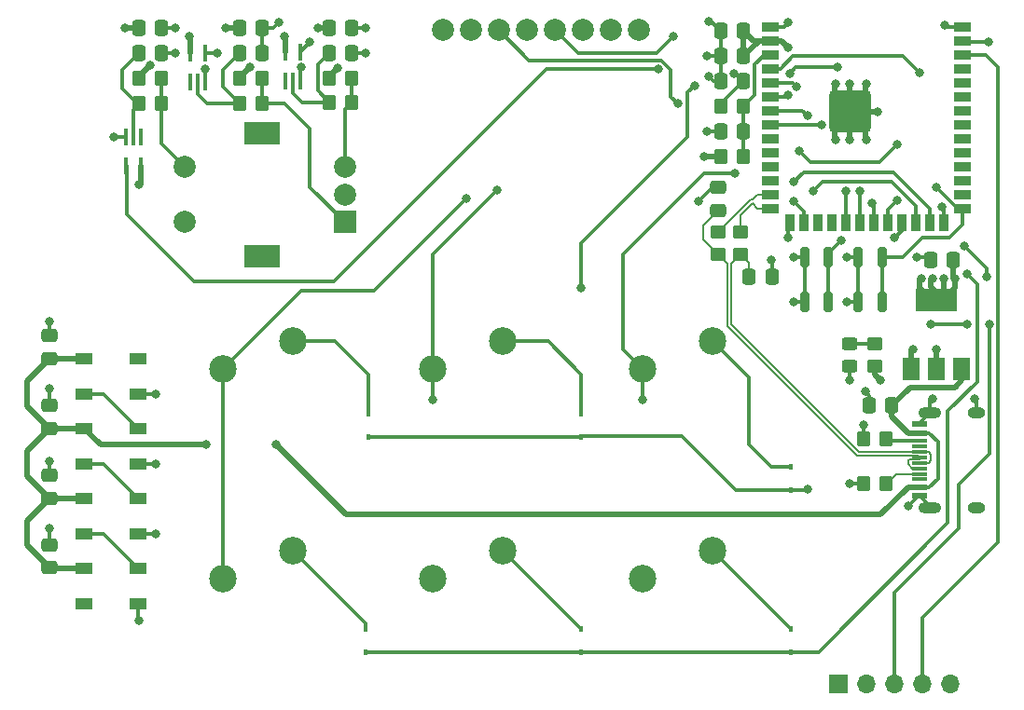
<source format=gbr>
%TF.GenerationSoftware,KiCad,Pcbnew,(6.0.4)*%
%TF.CreationDate,2022-05-01T16:05:16+08:00*%
%TF.ProjectId,S3_module,53335f6d-6f64-4756-9c65-2e6b69636164,rev?*%
%TF.SameCoordinates,Original*%
%TF.FileFunction,Copper,L1,Top*%
%TF.FilePolarity,Positive*%
%FSLAX46Y46*%
G04 Gerber Fmt 4.6, Leading zero omitted, Abs format (unit mm)*
G04 Created by KiCad (PCBNEW (6.0.4)) date 2022-05-01 16:05:16*
%MOMM*%
%LPD*%
G01*
G04 APERTURE LIST*
G04 Aperture macros list*
%AMRoundRect*
0 Rectangle with rounded corners*
0 $1 Rounding radius*
0 $2 $3 $4 $5 $6 $7 $8 $9 X,Y pos of 4 corners*
0 Add a 4 corners polygon primitive as box body*
4,1,4,$2,$3,$4,$5,$6,$7,$8,$9,$2,$3,0*
0 Add four circle primitives for the rounded corners*
1,1,$1+$1,$2,$3*
1,1,$1+$1,$4,$5*
1,1,$1+$1,$6,$7*
1,1,$1+$1,$8,$9*
0 Add four rect primitives between the rounded corners*
20,1,$1+$1,$2,$3,$4,$5,0*
20,1,$1+$1,$4,$5,$6,$7,0*
20,1,$1+$1,$6,$7,$8,$9,0*
20,1,$1+$1,$8,$9,$2,$3,0*%
G04 Aperture macros list end*
%TA.AperFunction,SMDPad,CuDef*%
%ADD10RoundRect,0.250000X-0.475000X0.337500X-0.475000X-0.337500X0.475000X-0.337500X0.475000X0.337500X0*%
%TD*%
%TA.AperFunction,SMDPad,CuDef*%
%ADD11RoundRect,0.250000X0.450000X-0.350000X0.450000X0.350000X-0.450000X0.350000X-0.450000X-0.350000X0*%
%TD*%
%TA.AperFunction,SMDPad,CuDef*%
%ADD12RoundRect,0.250000X-0.337500X-0.475000X0.337500X-0.475000X0.337500X0.475000X-0.337500X0.475000X0*%
%TD*%
%TA.AperFunction,ComponentPad*%
%ADD13R,1.700000X1.700000*%
%TD*%
%TA.AperFunction,ComponentPad*%
%ADD14O,1.700000X1.700000*%
%TD*%
%TA.AperFunction,SMDPad,CuDef*%
%ADD15R,0.450000X0.600000*%
%TD*%
%TA.AperFunction,ComponentPad*%
%ADD16C,2.500000*%
%TD*%
%TA.AperFunction,SMDPad,CuDef*%
%ADD17RoundRect,0.200000X0.200000X-0.700000X0.200000X0.700000X-0.200000X0.700000X-0.200000X-0.700000X0*%
%TD*%
%TA.AperFunction,SMDPad,CuDef*%
%ADD18RoundRect,0.250000X-0.350000X-0.450000X0.350000X-0.450000X0.350000X0.450000X-0.350000X0.450000X0*%
%TD*%
%TA.AperFunction,ComponentPad*%
%ADD19C,2.000000*%
%TD*%
%TA.AperFunction,SMDPad,CuDef*%
%ADD20R,0.400000X1.500000*%
%TD*%
%TA.AperFunction,SMDPad,CuDef*%
%ADD21RoundRect,0.250000X0.475000X-0.337500X0.475000X0.337500X-0.475000X0.337500X-0.475000X-0.337500X0*%
%TD*%
%TA.AperFunction,SMDPad,CuDef*%
%ADD22RoundRect,0.250000X0.337500X0.475000X-0.337500X0.475000X-0.337500X-0.475000X0.337500X-0.475000X0*%
%TD*%
%TA.AperFunction,SMDPad,CuDef*%
%ADD23R,1.500000X1.000000*%
%TD*%
%TA.AperFunction,SMDPad,CuDef*%
%ADD24RoundRect,0.250000X0.350000X0.450000X-0.350000X0.450000X-0.350000X-0.450000X0.350000X-0.450000X0*%
%TD*%
%TA.AperFunction,ComponentPad*%
%ADD25R,2.000000X2.000000*%
%TD*%
%TA.AperFunction,ComponentPad*%
%ADD26R,3.200000X2.000000*%
%TD*%
%TA.AperFunction,SMDPad,CuDef*%
%ADD27R,1.500000X0.900000*%
%TD*%
%TA.AperFunction,SMDPad,CuDef*%
%ADD28R,0.900000X1.500000*%
%TD*%
%TA.AperFunction,SMDPad,CuDef*%
%ADD29R,0.900000X0.900000*%
%TD*%
%TA.AperFunction,SMDPad,CuDef*%
%ADD30RoundRect,0.250000X0.450000X-0.325000X0.450000X0.325000X-0.450000X0.325000X-0.450000X-0.325000X0*%
%TD*%
%TA.AperFunction,SMDPad,CuDef*%
%ADD31R,1.500000X2.000000*%
%TD*%
%TA.AperFunction,SMDPad,CuDef*%
%ADD32R,3.800000X2.000000*%
%TD*%
%TA.AperFunction,SMDPad,CuDef*%
%ADD33R,1.450000X0.600000*%
%TD*%
%TA.AperFunction,SMDPad,CuDef*%
%ADD34R,1.450000X0.300000*%
%TD*%
%TA.AperFunction,ComponentPad*%
%ADD35O,2.100000X1.000000*%
%TD*%
%TA.AperFunction,ComponentPad*%
%ADD36O,1.600000X1.000000*%
%TD*%
%TA.AperFunction,ViaPad*%
%ADD37C,0.800000*%
%TD*%
%TA.AperFunction,Conductor*%
%ADD38C,0.200000*%
%TD*%
%TA.AperFunction,Conductor*%
%ADD39C,0.300000*%
%TD*%
%TA.AperFunction,Conductor*%
%ADD40C,0.500000*%
%TD*%
%TA.AperFunction,Conductor*%
%ADD41C,1.000000*%
%TD*%
G04 APERTURE END LIST*
D10*
%TO.P,C5,1*%
%TO.N,GND*%
X94742000Y-132799000D03*
%TO.P,C5,2*%
%TO.N,/+5V*%
X94742000Y-134874000D03*
%TD*%
D11*
%TO.P,R5,1*%
%TO.N,VCC*%
X169672000Y-116570000D03*
%TO.P,R5,2*%
%TO.N,Net-(D3-Pad2)*%
X169672000Y-114570000D03*
%TD*%
D12*
%TO.P,C3,1*%
%TO.N,GND*%
X155659000Y-90678000D03*
%TO.P,C3,2*%
%TO.N,Net-(C3-Pad2)*%
X157734000Y-90678000D03*
%TD*%
D13*
%TO.P,J2,1,Pin_1*%
%TO.N,/IO5*%
X166375000Y-145415000D03*
D14*
%TO.P,J2,2,Pin_2*%
%TO.N,/IO4*%
X168915000Y-145415000D03*
%TO.P,J2,3,Pin_3*%
%TO.N,/IO3*%
X171455000Y-145415000D03*
%TO.P,J2,4,Pin_4*%
%TO.N,/IO2*%
X173995000Y-145415000D03*
%TO.P,J2,5,Pin_5*%
%TO.N,/IO1*%
X176535000Y-145415000D03*
%TD*%
D15*
%TO.P,D7,1,K*%
%TO.N,SW_B*%
X123444000Y-142528000D03*
%TO.P,D7,2,A*%
%TO.N,Net-(D7-Pad2)*%
X123444000Y-140428000D03*
%TD*%
%TO.P,D6,1,K*%
%TO.N,SW_A*%
X123698000Y-122970000D03*
%TO.P,D6,2,A*%
%TO.N,Net-(D6-Pad2)*%
X123698000Y-120870000D03*
%TD*%
D16*
%TO.P,SW4,1,1*%
%TO.N,SW_1*%
X110490000Y-116840000D03*
%TO.P,SW4,2,2*%
%TO.N,Net-(D6-Pad2)*%
X116840000Y-114300000D03*
%TD*%
D17*
%TO.P,SW2,1,1*%
%TO.N,GND*%
X163288000Y-110696000D03*
X163288000Y-106696000D03*
%TO.P,SW2,2,2*%
%TO.N,Net-(C3-Pad2)*%
X165438000Y-110696000D03*
X165438000Y-106696000D03*
%TD*%
D12*
%TO.P,C18,1*%
%TO.N,VCC*%
X102827000Y-85852000D03*
%TO.P,C18,2*%
%TO.N,GND*%
X104902000Y-85852000D03*
%TD*%
%TO.P,C14,1*%
%TO.N,Net-(C14-Pad1)*%
X120099000Y-88138000D03*
%TO.P,C14,2*%
%TO.N,GND*%
X122174000Y-88138000D03*
%TD*%
D17*
%TO.P,SW1,1,1*%
%TO.N,GND*%
X168180000Y-106696000D03*
X168180000Y-110696000D03*
%TO.P,SW1,2,2*%
%TO.N,/BOOT*%
X170330000Y-110696000D03*
X170330000Y-106696000D03*
%TD*%
D18*
%TO.P,R10,1*%
%TO.N,VCC*%
X102902000Y-90424000D03*
%TO.P,R10,2*%
%TO.N,/Rotary_Z*%
X104902000Y-90424000D03*
%TD*%
D19*
%TO.P,U6,1,GND*%
%TO.N,GND*%
X130429000Y-86020000D03*
%TO.P,U6,2,VCC*%
%TO.N,VCC*%
X132969000Y-86020000D03*
%TO.P,U6,3,SCL*%
%TO.N,/DIS_CLK*%
X135509000Y-86020000D03*
%TO.P,U6,4,SDA*%
%TO.N,/DIS_SDA*%
X138049000Y-86020000D03*
%TO.P,U6,5,RES*%
%TO.N,/BOOT*%
X140589000Y-86020000D03*
%TO.P,U6,6,DC*%
%TO.N,/IO6*%
X143129000Y-86020000D03*
%TO.P,U6,7,CS*%
%TO.N,/IO7*%
X145669000Y-86020000D03*
%TO.P,U6,8,BLK*%
%TO.N,unconnected-(U6-Pad8)*%
X148209000Y-86020000D03*
%TD*%
D20*
%TO.P,U5,1*%
%TO.N,N/C*%
X103012000Y-95698000D03*
%TO.P,U5,2*%
%TO.N,Net-(C15-Pad1)*%
X102362000Y-95698000D03*
%TO.P,U5,3,GND*%
%TO.N,GND*%
X101712000Y-95698000D03*
%TO.P,U5,4*%
%TO.N,R_Z*%
X101712000Y-98358000D03*
%TO.P,U5,5,VCC*%
%TO.N,VCC*%
X103012000Y-98358000D03*
%TD*%
D18*
%TO.P,R2,1*%
%TO.N,Net-(C3-Pad2)*%
X155734000Y-92964000D03*
%TO.P,R2,2*%
%TO.N,/EN*%
X157734000Y-92964000D03*
%TD*%
D15*
%TO.P,D8,1,K*%
%TO.N,SW_A*%
X143002000Y-122970000D03*
%TO.P,D8,2,A*%
%TO.N,Net-(D8-Pad2)*%
X143002000Y-120870000D03*
%TD*%
D11*
%TO.P,R6,1*%
%TO.N,/D+*%
X157480000Y-106410000D03*
%TO.P,R6,2*%
%TO.N,/USB_D+*%
X157480000Y-104410000D03*
%TD*%
D12*
%TO.P,C12,1*%
%TO.N,/D+*%
X158242000Y-108458000D03*
%TO.P,C12,2*%
%TO.N,GND*%
X160317000Y-108458000D03*
%TD*%
D10*
%TO.P,C9,1*%
%TO.N,GND*%
X94742000Y-120120500D03*
%TO.P,C9,2*%
%TO.N,/+5V*%
X94742000Y-122195500D03*
%TD*%
D21*
%TO.P,C11,1*%
%TO.N,/D-*%
X155448000Y-102383500D03*
%TO.P,C11,2*%
%TO.N,GND*%
X155448000Y-100308500D03*
%TD*%
D12*
%TO.P,C16,1*%
%TO.N,VCC*%
X111987000Y-85852000D03*
%TO.P,C16,2*%
%TO.N,GND*%
X114062000Y-85852000D03*
%TD*%
D22*
%TO.P,C2,1*%
%TO.N,VCC*%
X157734000Y-88392000D03*
%TO.P,C2,2*%
%TO.N,GND*%
X155659000Y-88392000D03*
%TD*%
D23*
%TO.P,D2,1,VDD*%
%TO.N,/+5V*%
X97880000Y-122225000D03*
%TO.P,D2,2,DOUT*%
%TO.N,Net-(D2-Pad2)*%
X97880000Y-125425000D03*
%TO.P,D2,3,VSS*%
%TO.N,GND*%
X102780000Y-125425000D03*
%TO.P,D2,4,DIN*%
%TO.N,Net-(D1-Pad2)*%
X102780000Y-122225000D03*
%TD*%
D22*
%TO.P,C1,1*%
%TO.N,/EN*%
X157755500Y-95250000D03*
%TO.P,C1,2*%
%TO.N,GND*%
X155680500Y-95250000D03*
%TD*%
D18*
%TO.P,R8,1*%
%TO.N,VCC*%
X112046000Y-90424000D03*
%TO.P,R8,2*%
%TO.N,/Rotary_A*%
X114046000Y-90424000D03*
%TD*%
D10*
%TO.P,C7,1*%
%TO.N,GND*%
X94742000Y-113770500D03*
%TO.P,C7,2*%
%TO.N,/+5V*%
X94742000Y-115845500D03*
%TD*%
D22*
%TO.P,C4,1*%
%TO.N,VCC*%
X157734000Y-86106000D03*
%TO.P,C4,2*%
%TO.N,GND*%
X155659000Y-86106000D03*
%TD*%
D11*
%TO.P,R7,1*%
%TO.N,/D-*%
X155448000Y-106410000D03*
%TO.P,R7,2*%
%TO.N,/USB_D-*%
X155448000Y-104410000D03*
%TD*%
D20*
%TO.P,U3,1*%
%TO.N,N/C*%
X107554000Y-90738000D03*
%TO.P,U3,2*%
%TO.N,Net-(C13-Pad1)*%
X108204000Y-90738000D03*
%TO.P,U3,3,GND*%
%TO.N,GND*%
X108854000Y-90738000D03*
%TO.P,U3,4*%
%TO.N,R_A*%
X108854000Y-88078000D03*
%TO.P,U3,5,VCC*%
%TO.N,VCC*%
X107554000Y-88078000D03*
%TD*%
D24*
%TO.P,R4,1*%
%TO.N,/CC2*%
X170688000Y-123190000D03*
%TO.P,R4,2*%
%TO.N,GND*%
X168688000Y-123190000D03*
%TD*%
D12*
%TO.P,C15,1*%
%TO.N,Net-(C15-Pad1)*%
X102827000Y-88138000D03*
%TO.P,C15,2*%
%TO.N,GND*%
X104902000Y-88138000D03*
%TD*%
D18*
%TO.P,R9,1*%
%TO.N,VCC*%
X120136500Y-90424000D03*
%TO.P,R9,2*%
%TO.N,/Rotary_B*%
X122136500Y-90424000D03*
%TD*%
D23*
%TO.P,D1,1,VDD*%
%TO.N,/+5V*%
X97880000Y-115875000D03*
%TO.P,D1,2,DOUT*%
%TO.N,Net-(D1-Pad2)*%
X97880000Y-119075000D03*
%TO.P,D1,3,VSS*%
%TO.N,GND*%
X102780000Y-119075000D03*
%TO.P,D1,4,DIN*%
%TO.N,/DIN*%
X102780000Y-115875000D03*
%TD*%
%TO.P,D4,1,VDD*%
%TO.N,/+5V*%
X97880000Y-128575000D03*
%TO.P,D4,2,DOUT*%
%TO.N,Net-(D4-Pad2)*%
X97880000Y-131775000D03*
%TO.P,D4,3,VSS*%
%TO.N,GND*%
X102780000Y-131775000D03*
%TO.P,D4,4,DIN*%
%TO.N,Net-(D2-Pad2)*%
X102780000Y-128575000D03*
%TD*%
D16*
%TO.P,SW9,1,1*%
%TO.N,SW_3*%
X148590000Y-135890000D03*
%TO.P,SW9,2,2*%
%TO.N,Net-(D11-Pad2)*%
X154940000Y-133350000D03*
%TD*%
D25*
%TO.P,SW3,A,A*%
%TO.N,/Rotary_A*%
X121550000Y-103465000D03*
D19*
%TO.P,SW3,B,B*%
%TO.N,/Rotary_B*%
X121550000Y-98465000D03*
%TO.P,SW3,C,C*%
%TO.N,GND*%
X121550000Y-100965000D03*
D26*
%TO.P,SW3,MP*%
%TO.N,N/C*%
X114050000Y-106565000D03*
X114050000Y-95365000D03*
D19*
%TO.P,SW3,S1,S1*%
%TO.N,/Rotary_Z*%
X107050000Y-98465000D03*
%TO.P,SW3,S2,S2*%
%TO.N,GND*%
X107050000Y-103465000D03*
%TD*%
D15*
%TO.P,D9,1,K*%
%TO.N,SW_B*%
X143002000Y-142528000D03*
%TO.P,D9,2,A*%
%TO.N,Net-(D9-Pad2)*%
X143002000Y-140428000D03*
%TD*%
D16*
%TO.P,SW6,1,1*%
%TO.N,SW_2*%
X129540000Y-116840000D03*
%TO.P,SW6,2,2*%
%TO.N,Net-(D8-Pad2)*%
X135890000Y-114300000D03*
%TD*%
D27*
%TO.P,U2,1,GND*%
%TO.N,GND*%
X160160000Y-85720000D03*
%TO.P,U2,2,3V3*%
%TO.N,VCC*%
X160160000Y-86990000D03*
%TO.P,U2,3,EN*%
%TO.N,/EN*%
X160160000Y-88260000D03*
%TO.P,U2,4,GPIO4/TOUCH4/ADC1_CH3*%
%TO.N,/IO4*%
X160160000Y-89530000D03*
%TO.P,U2,5,GPIO5/TOUCH5/ADC1_CH4*%
%TO.N,/IO5*%
X160160000Y-90800000D03*
%TO.P,U2,6,GPIO6/TOUCH6/ADC1_CH5*%
%TO.N,/IO6*%
X160160000Y-92070000D03*
%TO.P,U2,7,GPIO7/TOUCH7/ADC1_CH6*%
%TO.N,/IO7*%
X160160000Y-93340000D03*
%TO.P,U2,8,GPIO15/U0RTS/ADC2_CH4/XTAL_32K_P*%
%TO.N,R_Z*%
X160160000Y-94610000D03*
%TO.P,U2,9,GPIO16/U0CTS/ADC2_CH5/XTAL_32K_NH5*%
%TO.N,unconnected-(U2-Pad9)*%
X160160000Y-95880000D03*
%TO.P,U2,10,GPIO17/U1TXD/ADC2_CH6*%
%TO.N,unconnected-(U2-Pad10)*%
X160160000Y-97150000D03*
%TO.P,U2,11,GPIO18/U1RXD/ADC2_CH7/CLK_OUT3*%
%TO.N,unconnected-(U2-Pad11)*%
X160160000Y-98420000D03*
%TO.P,U2,12,GPIO8/TOUCH8/ADC1_CH7/SUBSPICS1*%
%TO.N,/IO8*%
X160160000Y-99690000D03*
%TO.P,U2,13,GPIO19/U1RTS/ADC2_CH8/CLK_OUT2/USB_D-*%
%TO.N,/USB_D-*%
X160160000Y-100960000D03*
%TO.P,U2,14,GPIO20/U1CTS/ADC2_CH9/CLK_OUT1/USB_D+*%
%TO.N,/USB_D+*%
X160160000Y-102230000D03*
D28*
%TO.P,U2,15,GPIO3/TOUCH3/ADC1_CH2*%
%TO.N,/IO3*%
X161925000Y-103480000D03*
%TO.P,U2,16,GPIO46*%
%TO.N,SW_1*%
X163195000Y-103480000D03*
%TO.P,U2,17,GPIO9/TOUCH9/ADC1_CH8/FSPIHD/SUBSPIHD*%
%TO.N,/IO9*%
X164465000Y-103480000D03*
%TO.P,U2,18,GPIO10/TOUCH10/ADC1_CH9/FSPICS0/FSPIIO4/SUBSPICS0*%
%TO.N,/IO10*%
X165735000Y-103480000D03*
%TO.P,U2,19,GPIO11/TOUCH11/ADC2_CH0/FSPICS0/FSPIIO4/SUBSPICS0*%
%TO.N,/DIS_SDA*%
X167005000Y-103480000D03*
%TO.P,U2,20,GPIO12/TOUCH11/ADC2_CH0/FSPICS0/FSPIIO4/SUBSPICS0*%
%TO.N,/DIS_CLK*%
X168275000Y-103480000D03*
%TO.P,U2,21,GPIO13/TOUCH13/ADC2_CH2/FSPIQ/FSPIIO7/SUBSPIQ*%
%TO.N,R_A*%
X169545000Y-103480000D03*
%TO.P,U2,22,GPIO14/TOUCH14/ADC2_CH3/FSPIWP/FSPIDQS/SUBSPIWP*%
%TO.N,R_B*%
X170815000Y-103480000D03*
%TO.P,U2,23,GPIO21*%
%TO.N,SW_A*%
X172085000Y-103480000D03*
%TO.P,U2,24,GPIO47/SPICLK_P/SUBSPICLK_P_DIFF*%
%TO.N,SW_3*%
X173355000Y-103480000D03*
%TO.P,U2,25,GPIO48/SPICLK_N/SUBSPICLK_N_DIFF*%
%TO.N,SW_2*%
X174625000Y-103480000D03*
%TO.P,U2,26,GPIO45*%
%TO.N,SW_B*%
X175895000Y-103480000D03*
D27*
%TO.P,U2,27,GPIO0/BOOT*%
%TO.N,/BOOT*%
X177660000Y-102230000D03*
%TO.P,U2,28,SPIIO6/GPIO35/FSPID/SUBSPID*%
%TO.N,unconnected-(U2-Pad28)*%
X177660000Y-100960000D03*
%TO.P,U2,29,SPIIO7/GPIO36/FSPICLK/SUBSPICLK*%
%TO.N,unconnected-(U2-Pad29)*%
X177660000Y-99690000D03*
%TO.P,U2,30,SPIDQS/GPIO37/FSPIQ/SUBSPIQ*%
%TO.N,unconnected-(U2-Pad30)*%
X177660000Y-98420000D03*
%TO.P,U2,31,GPIO38/FSPIWP/SUBSPIWP*%
%TO.N,unconnected-(U2-Pad31)*%
X177660000Y-97150000D03*
%TO.P,U2,32,MTCK/GPIO39/CLK_OUT3/SUBSPICS1*%
%TO.N,unconnected-(U2-Pad32)*%
X177660000Y-95880000D03*
%TO.P,U2,33,MTDO/GPIO40/CLK_OUT2*%
%TO.N,unconnected-(U2-Pad33)*%
X177660000Y-94610000D03*
%TO.P,U2,34,MTDI/GPIO41/CLK_OUT1*%
%TO.N,unconnected-(U2-Pad34)*%
X177660000Y-93340000D03*
%TO.P,U2,35,MTMS/GPIO42*%
%TO.N,unconnected-(U2-Pad35)*%
X177660000Y-92070000D03*
%TO.P,U2,36,U0RXD/GPIO44/CLK_OUT2*%
%TO.N,unconnected-(U2-Pad36)*%
X177660000Y-90800000D03*
%TO.P,U2,37,U0TXD/GPIO43/CLK_OUT1*%
%TO.N,unconnected-(U2-Pad37)*%
X177660000Y-89530000D03*
%TO.P,U2,38,GPIO2/TOUCH2/ADC1_CH1*%
%TO.N,/IO2*%
X177660000Y-88260000D03*
%TO.P,U2,39,GPIO1/TOUCH1/ADC1_CH0*%
%TO.N,/IO1*%
X177660000Y-86990000D03*
%TO.P,U2,40,GND*%
%TO.N,GND*%
X177660000Y-85720000D03*
D29*
%TO.P,U2,41,GND*%
X168810000Y-94840000D03*
X167410000Y-93440000D03*
X166010000Y-92040000D03*
X168810000Y-92040000D03*
X166010000Y-94840000D03*
X167410000Y-94840000D03*
X167410000Y-92040000D03*
X166010000Y-93440000D03*
X168810000Y-93440000D03*
%TD*%
D24*
%TO.P,R13,1*%
%TO.N,/Rotary_Z*%
X104902000Y-92710000D03*
%TO.P,R13,2*%
%TO.N,Net-(C15-Pad1)*%
X102902000Y-92710000D03*
%TD*%
D12*
%TO.P,C17,1*%
%TO.N,VCC*%
X120099000Y-85852000D03*
%TO.P,C17,2*%
%TO.N,GND*%
X122174000Y-85852000D03*
%TD*%
D24*
%TO.P,R12,1*%
%TO.N,/Rotary_B*%
X122136500Y-92583000D03*
%TO.P,R12,2*%
%TO.N,Net-(C14-Pad1)*%
X120136500Y-92583000D03*
%TD*%
D18*
%TO.P,R1,1*%
%TO.N,VCC*%
X155718000Y-97536000D03*
%TO.P,R1,2*%
%TO.N,/EN*%
X157718000Y-97536000D03*
%TD*%
D24*
%TO.P,R3,1*%
%TO.N,/CC1*%
X170688000Y-127254000D03*
%TO.P,R3,2*%
%TO.N,GND*%
X168688000Y-127254000D03*
%TD*%
D15*
%TO.P,D10,1,K*%
%TO.N,SW_A*%
X162052000Y-127796000D03*
%TO.P,D10,2,A*%
%TO.N,Net-(D10-Pad2)*%
X162052000Y-125696000D03*
%TD*%
D24*
%TO.P,R11,1*%
%TO.N,/Rotary_A*%
X114046000Y-92710000D03*
%TO.P,R11,2*%
%TO.N,Net-(C13-Pad1)*%
X112046000Y-92710000D03*
%TD*%
D10*
%TO.P,C10,1*%
%TO.N,GND*%
X94742000Y-126470500D03*
%TO.P,C10,2*%
%TO.N,/+5V*%
X94742000Y-128545500D03*
%TD*%
D16*
%TO.P,SW7,1,1*%
%TO.N,SW_2*%
X129540000Y-135890000D03*
%TO.P,SW7,2,2*%
%TO.N,Net-(D9-Pad2)*%
X135890000Y-133350000D03*
%TD*%
D12*
%TO.P,C13,1*%
%TO.N,Net-(C13-Pad1)*%
X111971000Y-88138000D03*
%TO.P,C13,2*%
%TO.N,GND*%
X114046000Y-88138000D03*
%TD*%
D30*
%TO.P,D3,1,K*%
%TO.N,GND*%
X167386000Y-116595000D03*
%TO.P,D3,2,A*%
%TO.N,Net-(D3-Pad2)*%
X167386000Y-114545000D03*
%TD*%
D22*
%TO.P,C6,1*%
%TO.N,/+5V*%
X171217500Y-120142000D03*
%TO.P,C6,2*%
%TO.N,GND*%
X169142500Y-120142000D03*
%TD*%
D23*
%TO.P,D5,1,VDD*%
%TO.N,/+5V*%
X97880000Y-134925000D03*
%TO.P,D5,2,DOUT*%
%TO.N,unconnected-(D5-Pad2)*%
X97880000Y-138125000D03*
%TO.P,D5,3,VSS*%
%TO.N,GND*%
X102780000Y-138125000D03*
%TO.P,D5,4,DIN*%
%TO.N,Net-(D4-Pad2)*%
X102780000Y-134925000D03*
%TD*%
D20*
%TO.P,U4,1*%
%TO.N,N/C*%
X116190000Y-90678000D03*
%TO.P,U4,2*%
%TO.N,Net-(C14-Pad1)*%
X116840000Y-90678000D03*
%TO.P,U4,3,GND*%
%TO.N,GND*%
X117490000Y-90678000D03*
%TO.P,U4,4*%
%TO.N,R_B*%
X117490000Y-88018000D03*
%TO.P,U4,5,VCC*%
%TO.N,VCC*%
X116190000Y-88018000D03*
%TD*%
D31*
%TO.P,U1,1,GND*%
%TO.N,GND*%
X172960000Y-116815000D03*
D32*
%TO.P,U1,2,VO*%
%TO.N,VCC*%
X175260000Y-110515000D03*
D31*
X175260000Y-116815000D03*
%TO.P,U1,3,VI*%
%TO.N,/+5V*%
X177560000Y-116815000D03*
%TD*%
D33*
%TO.P,J1,A1,GND*%
%TO.N,GND*%
X173755000Y-128345000D03*
%TO.P,J1,A4,VBUS*%
%TO.N,/+5V*%
X173755000Y-127545000D03*
D34*
%TO.P,J1,A5,CC1*%
%TO.N,/CC1*%
X173755000Y-126345000D03*
%TO.P,J1,A6,D+*%
%TO.N,/D+*%
X173755000Y-125345000D03*
%TO.P,J1,A7,D-*%
%TO.N,/D-*%
X173755000Y-124845000D03*
%TO.P,J1,A8,SBU1*%
%TO.N,unconnected-(J1-PadA8)*%
X173755000Y-123845000D03*
D33*
%TO.P,J1,A9,VBUS*%
%TO.N,/+5V*%
X173755000Y-122645000D03*
%TO.P,J1,A12,GND*%
%TO.N,GND*%
X173755000Y-121845000D03*
%TO.P,J1,B1,GND*%
X173755000Y-121845000D03*
%TO.P,J1,B4,VBUS*%
%TO.N,/+5V*%
X173755000Y-122645000D03*
D34*
%TO.P,J1,B5,CC2*%
%TO.N,/CC2*%
X173755000Y-123345000D03*
%TO.P,J1,B6,D+*%
%TO.N,/D+*%
X173755000Y-124345000D03*
%TO.P,J1,B7,D-*%
%TO.N,/D-*%
X173755000Y-125845000D03*
%TO.P,J1,B8,SBU2*%
%TO.N,unconnected-(J1-PadB8)*%
X173755000Y-126845000D03*
D33*
%TO.P,J1,B9,VBUS*%
%TO.N,/+5V*%
X173755000Y-127545000D03*
%TO.P,J1,B12,GND*%
%TO.N,GND*%
X173755000Y-128345000D03*
D35*
%TO.P,J1,S1,SHIELD*%
X174670000Y-120775000D03*
X174670000Y-129415000D03*
D36*
X178850000Y-120775000D03*
X178850000Y-129415000D03*
%TD*%
D16*
%TO.P,SW5,1,1*%
%TO.N,SW_1*%
X110490000Y-135890000D03*
%TO.P,SW5,2,2*%
%TO.N,Net-(D7-Pad2)*%
X116840000Y-133350000D03*
%TD*%
D15*
%TO.P,D11,1,K*%
%TO.N,SW_B*%
X162052000Y-142528000D03*
%TO.P,D11,2,A*%
%TO.N,Net-(D11-Pad2)*%
X162052000Y-140428000D03*
%TD*%
D22*
%TO.P,C8,1*%
%TO.N,VCC*%
X176784000Y-106934000D03*
%TO.P,C8,2*%
%TO.N,GND*%
X174709000Y-106934000D03*
%TD*%
D16*
%TO.P,SW8,1,1*%
%TO.N,SW_3*%
X148590000Y-116840000D03*
%TO.P,SW8,2,2*%
%TO.N,Net-(D10-Pad2)*%
X154940000Y-114300000D03*
%TD*%
D37*
%TO.N,/IO1*%
X179959000Y-87122000D03*
%TO.N,GND*%
X162306000Y-110744000D03*
X169926000Y-93472000D03*
X168783000Y-118872000D03*
X167386000Y-127254000D03*
X123444000Y-85852000D03*
X154432000Y-88392000D03*
X160274000Y-106934000D03*
X104394000Y-119126000D03*
X166116000Y-96012000D03*
X174879000Y-119507000D03*
X178689000Y-119507000D03*
X100584000Y-95758000D03*
X154559000Y-85217000D03*
X162306000Y-106680000D03*
X102870000Y-139700000D03*
X168910000Y-90932000D03*
X106172000Y-88138000D03*
X94742000Y-112522000D03*
X106172000Y-85852000D03*
X168656000Y-121920000D03*
X104394000Y-131826000D03*
X167132000Y-110744000D03*
X94742000Y-118618000D03*
X172720000Y-129286000D03*
X168910000Y-96012000D03*
X154432000Y-95250000D03*
X161798000Y-85344000D03*
X167386000Y-117856000D03*
X167386000Y-96012000D03*
X173101000Y-115062000D03*
X167386000Y-90932000D03*
X94742000Y-131318000D03*
X173482000Y-106680000D03*
X94742000Y-125222000D03*
X104394000Y-125476000D03*
X176022000Y-85598000D03*
X153670000Y-101600000D03*
X154559605Y-90207396D03*
X115570000Y-85344000D03*
X108850048Y-89515884D03*
X167132000Y-106680000D03*
X117602000Y-89417502D03*
X123444000Y-88138000D03*
X166116000Y-90932000D03*
%TO.N,VCC*%
X174879000Y-108585000D03*
X154178000Y-97536000D03*
X102870000Y-100076000D03*
X176911000Y-108585000D03*
X103864500Y-89254522D03*
X119126000Y-85852000D03*
X112972484Y-89359121D03*
X107442000Y-86614000D03*
X173863000Y-108585000D03*
X116078000Y-86614000D03*
X101600000Y-85852000D03*
X175260000Y-115062000D03*
X120917803Y-89431473D03*
X175895000Y-108585000D03*
X110744000Y-85852000D03*
X170180000Y-117856000D03*
X161798000Y-87630000D03*
%TO.N,Net-(C3-Pad2)*%
X166243000Y-89408000D03*
X156860705Y-89953500D03*
X161925000Y-89953500D03*
X166624000Y-105156000D03*
%TO.N,/+5V*%
X115316000Y-123698000D03*
X108966000Y-123698000D03*
%TO.N,SW_A*%
X171450000Y-104902000D03*
X163576000Y-127762000D03*
%TO.N,SW_B*%
X175768000Y-102108000D03*
X178054000Y-108204000D03*
%TO.N,/IO5*%
X143002000Y-109474000D03*
X153289000Y-91059000D03*
X162560000Y-91186000D03*
%TO.N,/IO4*%
X173736000Y-89916000D03*
X177800000Y-105664000D03*
X179832000Y-108458000D03*
%TO.N,/IO3*%
X178054000Y-112776000D03*
X161798000Y-104902000D03*
X180086000Y-112776000D03*
X174752000Y-112776000D03*
%TO.N,/BOOT*%
X175260000Y-100330000D03*
X151384000Y-86614000D03*
%TO.N,/IO6*%
X161798000Y-91948000D03*
%TO.N,/IO7*%
X163538500Y-93810500D03*
%TO.N,/DIS_SDA*%
X167005000Y-100621500D03*
%TO.N,/DIS_CLK*%
X168275000Y-100621500D03*
X151765000Y-92710000D03*
%TO.N,SW_1*%
X162306000Y-101600000D03*
X132588000Y-101346000D03*
%TO.N,SW_2*%
X135382000Y-100584000D03*
X129540000Y-119634000D03*
X162306000Y-99822000D03*
%TO.N,SW_3*%
X164084000Y-100621500D03*
X156972000Y-99060000D03*
X148590000Y-119634000D03*
%TO.N,R_A*%
X109982000Y-88138000D03*
X169418000Y-101727000D03*
%TO.N,R_B*%
X118364000Y-87122000D03*
X162814000Y-97028000D03*
X171666500Y-96393000D03*
X171666500Y-101473000D03*
%TO.N,R_Z*%
X149987000Y-89535000D03*
X164860500Y-94596262D03*
%TD*%
D38*
%TO.N,/D-*%
X154051000Y-105013000D02*
X155448000Y-106410000D01*
X154051000Y-103780500D02*
X154051000Y-105013000D01*
X155448000Y-102383500D02*
X154051000Y-103780500D01*
D39*
%TO.N,/IO1*%
X179959000Y-87122000D02*
X177792000Y-87122000D01*
X177792000Y-87122000D02*
X177660000Y-86990000D01*
%TO.N,/IO3*%
X177292000Y-127336960D02*
X177292000Y-131318000D01*
X180086000Y-124542960D02*
X177292000Y-127336960D01*
X180086000Y-112776000D02*
X180086000Y-124542960D01*
X177292000Y-131318000D02*
X171455000Y-137155000D01*
X171455000Y-137155000D02*
X171455000Y-145415000D01*
%TO.N,/IO2*%
X179700000Y-88260000D02*
X177660000Y-88260000D01*
X180835511Y-132600489D02*
X180835511Y-89395511D01*
X180835511Y-89395511D02*
X179700000Y-88260000D01*
X173995000Y-139441000D02*
X180835511Y-132600489D01*
X173995000Y-145415000D02*
X173995000Y-139441000D01*
%TO.N,SW_B*%
X164558000Y-142528000D02*
X161832000Y-142528000D01*
X176276000Y-130810000D02*
X164558000Y-142528000D01*
X176276000Y-120650000D02*
X176276000Y-130810000D01*
X178054000Y-108204000D02*
X178943000Y-109093000D01*
X178943000Y-109093000D02*
X178943000Y-117983000D01*
X178943000Y-117983000D02*
X176276000Y-120650000D01*
%TO.N,/EN*%
X159644000Y-88260000D02*
X158750000Y-89154000D01*
X157718000Y-97536000D02*
X157718000Y-95287500D01*
X158750000Y-91948000D02*
X157734000Y-92964000D01*
X157755500Y-92985500D02*
X157734000Y-92964000D01*
X157755500Y-95250000D02*
X157755500Y-92985500D01*
X157718000Y-95287500D02*
X157755500Y-95250000D01*
X160160000Y-88260000D02*
X159644000Y-88260000D01*
X158750000Y-89154000D02*
X158750000Y-91948000D01*
%TO.N,GND*%
X154961500Y-100308500D02*
X153670000Y-101600000D01*
X160317000Y-108458000D02*
X160317000Y-106977000D01*
X114046000Y-88138000D02*
X114046000Y-85868000D01*
X94742000Y-113770500D02*
X94742000Y-112522000D01*
X104343000Y-131775000D02*
X104394000Y-131826000D01*
X169142500Y-120142000D02*
X169142500Y-119231500D01*
D40*
X166010000Y-95906000D02*
X166116000Y-96012000D01*
D41*
X168810000Y-93372000D02*
X168810000Y-94840000D01*
X166010000Y-92040000D02*
X168810000Y-92040000D01*
D39*
X168180000Y-106696000D02*
X167148000Y-106696000D01*
X167180000Y-110696000D02*
X167132000Y-110744000D01*
X114062000Y-85852000D02*
X115062000Y-85852000D01*
X117490000Y-89529502D02*
X117602000Y-89417502D01*
X163288000Y-110696000D02*
X162354000Y-110696000D01*
X94742000Y-120120500D02*
X94742000Y-118618000D01*
X167148000Y-106696000D02*
X167132000Y-106680000D01*
X173755000Y-121845000D02*
X173755000Y-121690000D01*
X161422000Y-85720000D02*
X161798000Y-85344000D01*
D41*
X166010000Y-93440000D02*
X168742000Y-93440000D01*
D39*
X162354000Y-110696000D02*
X162306000Y-110744000D01*
X104343000Y-125425000D02*
X104394000Y-125476000D01*
X155030209Y-90678000D02*
X154559605Y-90207396D01*
X102780000Y-131775000D02*
X104343000Y-131775000D01*
X100644000Y-95698000D02*
X101712000Y-95698000D01*
X104902000Y-85852000D02*
X106172000Y-85852000D01*
D40*
X168810000Y-92040000D02*
X168810000Y-91032000D01*
D39*
X122174000Y-88138000D02*
X123444000Y-88138000D01*
X168180000Y-106696000D02*
X168180000Y-110696000D01*
X117490000Y-90678000D02*
X117490000Y-89529502D01*
X176144000Y-85720000D02*
X176022000Y-85598000D01*
X155448000Y-100308500D02*
X154961500Y-100308500D01*
D40*
X167410000Y-90956000D02*
X167386000Y-90932000D01*
D39*
X173482000Y-106680000D02*
X174455000Y-106680000D01*
X155680500Y-95250000D02*
X154432000Y-95250000D01*
X155659000Y-86106000D02*
X155659000Y-90678000D01*
X155659000Y-88392000D02*
X154432000Y-88392000D01*
X108854000Y-90738000D02*
X108854000Y-89519836D01*
X94742000Y-132799000D02*
X94742000Y-131318000D01*
X173661000Y-128345000D02*
X173755000Y-128345000D01*
X167386000Y-116595000D02*
X167386000Y-117856000D01*
X169142500Y-119231500D02*
X168783000Y-118872000D01*
X178850000Y-120775000D02*
X178850000Y-119668000D01*
X163288000Y-106696000D02*
X163288000Y-110696000D01*
X174670000Y-129415000D02*
X174670000Y-129260000D01*
X104902000Y-88138000D02*
X106172000Y-88138000D01*
D40*
X172960000Y-115203000D02*
X173101000Y-115062000D01*
D39*
X174670000Y-129260000D02*
X173755000Y-128345000D01*
D40*
X167410000Y-95988000D02*
X167386000Y-96012000D01*
X168810000Y-93440000D02*
X169894000Y-93440000D01*
X166010000Y-94840000D02*
X166010000Y-95906000D01*
D39*
X94742000Y-126470500D02*
X94742000Y-125222000D01*
X168656000Y-121920000D02*
X168656000Y-123158000D01*
D40*
X168810000Y-91032000D02*
X168910000Y-90932000D01*
D39*
X173755000Y-121690000D02*
X174670000Y-120775000D01*
X174455000Y-106680000D02*
X174709000Y-106934000D01*
X162322000Y-106696000D02*
X162306000Y-106680000D01*
D41*
X168742000Y-93440000D02*
X168810000Y-93372000D01*
X168810000Y-94840000D02*
X166010000Y-92040000D01*
X168810000Y-92040000D02*
X168810000Y-93372000D01*
D40*
X166010000Y-92040000D02*
X166010000Y-91038000D01*
D39*
X104343000Y-119075000D02*
X104394000Y-119126000D01*
X178850000Y-119668000D02*
X178689000Y-119507000D01*
X155659000Y-90678000D02*
X155030209Y-90678000D01*
X177660000Y-85720000D02*
X176144000Y-85720000D01*
D40*
X167410000Y-94840000D02*
X167410000Y-95988000D01*
D39*
X102780000Y-139610000D02*
X102870000Y-139700000D01*
X102780000Y-125425000D02*
X104343000Y-125425000D01*
X102780000Y-119075000D02*
X104343000Y-119075000D01*
D40*
X166010000Y-91038000D02*
X166116000Y-90932000D01*
D41*
X166010000Y-94840000D02*
X166010000Y-92040000D01*
D39*
X100584000Y-95758000D02*
X100644000Y-95698000D01*
X168688000Y-127254000D02*
X167386000Y-127254000D01*
D40*
X168810000Y-94840000D02*
X168810000Y-95912000D01*
D39*
X174670000Y-120775000D02*
X174670000Y-119716000D01*
D41*
X167410000Y-92040000D02*
X167410000Y-94840000D01*
D39*
X160160000Y-85720000D02*
X161422000Y-85720000D01*
X108854000Y-89519836D02*
X108850048Y-89515884D01*
X115062000Y-85852000D02*
X115570000Y-85344000D01*
X154559000Y-85217000D02*
X154770000Y-85217000D01*
X168180000Y-110696000D02*
X167180000Y-110696000D01*
D41*
X166010000Y-94840000D02*
X168810000Y-92040000D01*
D39*
X160317000Y-106977000D02*
X160274000Y-106934000D01*
D40*
X167410000Y-92040000D02*
X167410000Y-90956000D01*
X169894000Y-93440000D02*
X169926000Y-93472000D01*
D41*
X168810000Y-94840000D02*
X166010000Y-94840000D01*
D39*
X168656000Y-123158000D02*
X168688000Y-123190000D01*
X114046000Y-85868000D02*
X114062000Y-85852000D01*
X172720000Y-129286000D02*
X173661000Y-128345000D01*
X122174000Y-85852000D02*
X123444000Y-85852000D01*
D40*
X172960000Y-116815000D02*
X172960000Y-115203000D01*
D39*
X154770000Y-85217000D02*
X155659000Y-86106000D01*
X102780000Y-138125000D02*
X102780000Y-139610000D01*
X163288000Y-106696000D02*
X162322000Y-106696000D01*
D40*
X168810000Y-95912000D02*
X168910000Y-96012000D01*
D39*
X174670000Y-119716000D02*
X174879000Y-119507000D01*
D40*
%TO.N,VCC*%
X176784000Y-108458000D02*
X176911000Y-108585000D01*
X112046000Y-90285605D02*
X112972484Y-89359121D01*
X120136500Y-90212776D02*
X120917803Y-89431473D01*
X175260000Y-110515000D02*
X176047000Y-109728000D01*
X116190000Y-88018000D02*
X116190000Y-86726000D01*
X120136500Y-90424000D02*
X120136500Y-90212776D01*
X170180000Y-117856000D02*
X169672000Y-117348000D01*
X157734000Y-86106000D02*
X157734000Y-88392000D01*
X175260000Y-110515000D02*
X175895000Y-109880000D01*
X160160000Y-86990000D02*
X159136000Y-86990000D01*
X174752000Y-109347000D02*
X174752000Y-108712000D01*
X102902000Y-90424000D02*
X102902000Y-90217022D01*
X176911000Y-109474000D02*
X175870000Y-110515000D01*
X173736000Y-108712000D02*
X173863000Y-108585000D01*
X111987000Y-85852000D02*
X110744000Y-85852000D01*
X174777000Y-110515000D02*
X173736000Y-109474000D01*
X107554000Y-88078000D02*
X107554000Y-86726000D01*
X175260000Y-109855000D02*
X174752000Y-109347000D01*
X175260000Y-116815000D02*
X175260000Y-115062000D01*
X103012000Y-98358000D02*
X103012000Y-99934000D01*
X103012000Y-99934000D02*
X102870000Y-100076000D01*
X161158000Y-86990000D02*
X160160000Y-86990000D01*
X160160000Y-86990000D02*
X158618000Y-86990000D01*
X174752000Y-108712000D02*
X174879000Y-108585000D01*
X112046000Y-90424000D02*
X112046000Y-90285605D01*
X161798000Y-87630000D02*
X161158000Y-86990000D01*
X176784000Y-106934000D02*
X176784000Y-108458000D01*
X107554000Y-86726000D02*
X107442000Y-86614000D01*
X158618000Y-86990000D02*
X157734000Y-86106000D01*
X176911000Y-108585000D02*
X176911000Y-109474000D01*
X102827000Y-85852000D02*
X101600000Y-85852000D01*
X120099000Y-85852000D02*
X119126000Y-85852000D01*
X159136000Y-86990000D02*
X157734000Y-88392000D01*
X175870000Y-110515000D02*
X175260000Y-110515000D01*
X175260000Y-110515000D02*
X174777000Y-110515000D01*
X102902000Y-90217022D02*
X103864500Y-89254522D01*
X169672000Y-117348000D02*
X169672000Y-116570000D01*
X155718000Y-97536000D02*
X154178000Y-97536000D01*
X175260000Y-110515000D02*
X175260000Y-109855000D01*
X173736000Y-109474000D02*
X173736000Y-108712000D01*
X116190000Y-86726000D02*
X116078000Y-86614000D01*
X175895000Y-109880000D02*
X175895000Y-108585000D01*
D39*
%TO.N,Net-(C3-Pad2)*%
X162470500Y-89408000D02*
X161925000Y-89953500D01*
X165438000Y-106696000D02*
X165438000Y-110696000D01*
X157009500Y-89953500D02*
X157734000Y-90678000D01*
X157734000Y-90424000D02*
X157734000Y-90678000D01*
X155734000Y-92678000D02*
X155734000Y-92964000D01*
X166243000Y-89408000D02*
X162470500Y-89408000D01*
X157734000Y-90678000D02*
X155734000Y-92678000D01*
X165438000Y-106342000D02*
X166624000Y-105156000D01*
X156860705Y-89953500D02*
X157009500Y-89953500D01*
X165438000Y-106696000D02*
X165438000Y-106342000D01*
D40*
%TO.N,/+5V*%
X172683000Y-127545000D02*
X173755000Y-127545000D01*
X92710000Y-124227500D02*
X92710000Y-126513500D01*
X172868500Y-118491000D02*
X176911000Y-118491000D01*
X94793000Y-134925000D02*
X94742000Y-134874000D01*
X94771500Y-122225000D02*
X94742000Y-122195500D01*
D39*
X173755000Y-127545000D02*
X174615371Y-127545000D01*
D40*
X171217500Y-121132500D02*
X171217500Y-120142000D01*
X97850500Y-115845500D02*
X97880000Y-115875000D01*
X92710000Y-126513500D02*
X94742000Y-128545500D01*
X170180000Y-130048000D02*
X172683000Y-127545000D01*
X177560000Y-117842000D02*
X177560000Y-116815000D01*
X171217500Y-120142000D02*
X172868500Y-118491000D01*
X176911000Y-118491000D02*
X177560000Y-117842000D01*
X97880000Y-122225000D02*
X99353000Y-123698000D01*
X97880000Y-128575000D02*
X94771500Y-128575000D01*
X94742000Y-122195500D02*
X92710000Y-124227500D01*
X92710000Y-130577500D02*
X92710000Y-132842000D01*
D39*
X174615371Y-127545000D02*
X175387000Y-126773371D01*
D40*
X97880000Y-134925000D02*
X94793000Y-134925000D01*
D39*
X174588000Y-122645000D02*
X173755000Y-122645000D01*
X175387000Y-123444000D02*
X174588000Y-122645000D01*
D40*
X172730000Y-122645000D02*
X171217500Y-121132500D01*
X121666000Y-130048000D02*
X170180000Y-130048000D01*
X94771500Y-128575000D02*
X94742000Y-128545500D01*
X115316000Y-123698000D02*
X121666000Y-130048000D01*
X173755000Y-122645000D02*
X172730000Y-122645000D01*
X97880000Y-122225000D02*
X94771500Y-122225000D01*
X94742000Y-115845500D02*
X92710000Y-117877500D01*
X99353000Y-123698000D02*
X108966000Y-123698000D01*
X92710000Y-117877500D02*
X92710000Y-120163500D01*
X94742000Y-128545500D02*
X92710000Y-130577500D01*
D39*
X175387000Y-126773371D02*
X175387000Y-123444000D01*
D40*
X94742000Y-115845500D02*
X97850500Y-115845500D01*
X92710000Y-132842000D02*
X94742000Y-134874000D01*
X92710000Y-120163500D02*
X94742000Y-122195500D01*
D38*
%TO.N,/D-*%
X168069739Y-124646102D02*
X172828889Y-124646102D01*
X172828889Y-124696111D02*
X173606111Y-124696111D01*
X173606111Y-124696111D02*
X173755000Y-124845000D01*
X156313200Y-107275200D02*
X156313200Y-112889563D01*
X172720000Y-125102778D02*
X172828889Y-124993889D01*
X172828889Y-124993889D02*
X173755000Y-124993889D01*
X155448000Y-106410000D02*
X156313200Y-107275200D01*
X173089000Y-125845000D02*
X172720000Y-125476000D01*
X156313200Y-112889563D02*
X168069739Y-124646102D01*
X173755000Y-125845000D02*
X173089000Y-125845000D01*
X172828889Y-124646102D02*
X172828889Y-124696111D01*
X172720000Y-125476000D02*
X172720000Y-125102778D01*
%TO.N,/D+*%
X174752000Y-124564778D02*
X174752000Y-125125222D01*
X174752000Y-125125222D02*
X174532222Y-125345000D01*
X174532222Y-125345000D02*
X173755000Y-125345000D01*
X173681527Y-124345000D02*
X173755000Y-124345000D01*
X156614800Y-112764649D02*
X168194662Y-124344511D01*
X158242000Y-108458000D02*
X158242000Y-107172000D01*
X173755000Y-124345000D02*
X174532222Y-124345000D01*
X156614800Y-107275200D02*
X156614800Y-112764649D01*
X173681038Y-124344511D02*
X173681527Y-124345000D01*
X157480000Y-106410000D02*
X156614800Y-107275200D01*
X158242000Y-107172000D02*
X157480000Y-106410000D01*
X168194662Y-124344511D02*
X173681038Y-124344511D01*
X174532222Y-124345000D02*
X174752000Y-124564778D01*
D39*
%TO.N,Net-(C13-Pad1)*%
X110490000Y-89619000D02*
X111971000Y-88138000D01*
X109076978Y-92710000D02*
X112046000Y-92710000D01*
X108204000Y-91837022D02*
X109076978Y-92710000D01*
X108204000Y-90738000D02*
X108204000Y-91837022D01*
X110490000Y-91154000D02*
X110490000Y-89619000D01*
X112046000Y-92710000D02*
X110490000Y-91154000D01*
%TO.N,Net-(C14-Pad1)*%
X120136500Y-92583000D02*
X117645978Y-92583000D01*
X119086980Y-89150020D02*
X120099000Y-88138000D01*
X119086980Y-91533480D02*
X119086980Y-89150020D01*
X120136500Y-92583000D02*
X119086980Y-91533480D01*
X116840000Y-91777022D02*
X116840000Y-90678000D01*
X117645978Y-92583000D02*
X116840000Y-91777022D01*
%TO.N,Net-(C15-Pad1)*%
X102902000Y-92710000D02*
X102684609Y-92710000D01*
X101346000Y-91371391D02*
X101346000Y-89619000D01*
X102362000Y-93250000D02*
X102902000Y-92710000D01*
X102684609Y-92710000D02*
X101346000Y-91371391D01*
X102362000Y-95698000D02*
X102362000Y-93250000D01*
X101346000Y-89619000D02*
X102827000Y-88138000D01*
%TO.N,Net-(D1-Pad2)*%
X97880000Y-119075000D02*
X99630000Y-119075000D01*
X99630000Y-119075000D02*
X102780000Y-122225000D01*
%TO.N,Net-(D2-Pad2)*%
X99630000Y-125425000D02*
X102780000Y-128575000D01*
X97880000Y-125425000D02*
X99630000Y-125425000D01*
%TO.N,Net-(D3-Pad2)*%
X167157000Y-114570000D02*
X167132000Y-114545000D01*
X167386000Y-114545000D02*
X169647000Y-114545000D01*
X169647000Y-114545000D02*
X169672000Y-114570000D01*
%TO.N,Net-(D4-Pad2)*%
X97880000Y-131775000D02*
X99630000Y-131775000D01*
X99630000Y-131775000D02*
X102780000Y-134925000D01*
%TO.N,SW_A*%
X123698000Y-122970000D02*
X143002000Y-122970000D01*
X172085000Y-103480000D02*
X172085000Y-104267000D01*
X157006000Y-127796000D02*
X162052000Y-127796000D01*
X143036000Y-122936000D02*
X152146000Y-122936000D01*
X163576000Y-127762000D02*
X163542000Y-127796000D01*
X163542000Y-127796000D02*
X162052000Y-127796000D01*
X172085000Y-104267000D02*
X171450000Y-104902000D01*
X152146000Y-122936000D02*
X157006000Y-127796000D01*
X143002000Y-122970000D02*
X143036000Y-122936000D01*
%TO.N,Net-(D6-Pad2)*%
X123698000Y-117348000D02*
X123698000Y-120870000D01*
X120650000Y-114300000D02*
X123698000Y-117348000D01*
X116840000Y-114300000D02*
X120650000Y-114300000D01*
%TO.N,SW_B*%
X175895000Y-102235000D02*
X175895000Y-103480000D01*
X175768000Y-102108000D02*
X175895000Y-102235000D01*
X123444000Y-142528000D02*
X143002000Y-142528000D01*
X161832000Y-142528000D02*
X162052000Y-142528000D01*
X143002000Y-142528000D02*
X161832000Y-142528000D01*
%TO.N,Net-(D7-Pad2)*%
X123444000Y-139954000D02*
X116840000Y-133350000D01*
X123444000Y-140428000D02*
X123444000Y-139954000D01*
%TO.N,Net-(D8-Pad2)*%
X143002000Y-117314000D02*
X139988000Y-114300000D01*
X139988000Y-114300000D02*
X135890000Y-114300000D01*
X143002000Y-120870000D02*
X143002000Y-117314000D01*
%TO.N,Net-(D9-Pad2)*%
X143002000Y-140428000D02*
X142968000Y-140428000D01*
X142968000Y-140428000D02*
X135890000Y-133350000D01*
%TO.N,Net-(D10-Pad2)*%
X162052000Y-125696000D02*
X160240000Y-125696000D01*
X158242000Y-123698000D02*
X158242000Y-117602000D01*
X160240000Y-125696000D02*
X158242000Y-123698000D01*
X158242000Y-117602000D02*
X154940000Y-114300000D01*
%TO.N,Net-(D11-Pad2)*%
X162052000Y-140428000D02*
X162018000Y-140428000D01*
X162018000Y-140428000D02*
X154940000Y-133350000D01*
D38*
%TO.N,/CC1*%
X171597000Y-126345000D02*
X173755000Y-126345000D01*
X170688000Y-127254000D02*
X171597000Y-126345000D01*
D39*
%TO.N,/CC2*%
X173755000Y-123345000D02*
X170843000Y-123345000D01*
X170843000Y-123345000D02*
X170688000Y-123190000D01*
%TO.N,/IO5*%
X153289000Y-91059000D02*
X152654000Y-91694000D01*
X162174000Y-90800000D02*
X162560000Y-91186000D01*
X160160000Y-90800000D02*
X162174000Y-90800000D01*
X143002000Y-105410000D02*
X143002000Y-109474000D01*
X152654000Y-95758000D02*
X143002000Y-105410000D01*
X152654000Y-91694000D02*
X152654000Y-95758000D01*
%TO.N,/IO4*%
X161099391Y-89530000D02*
X162237391Y-88392000D01*
X172212000Y-88392000D02*
X173736000Y-89916000D01*
X179832000Y-107696000D02*
X179832000Y-108458000D01*
X162237391Y-88392000D02*
X172212000Y-88392000D01*
X177800000Y-105664000D02*
X179832000Y-107696000D01*
X160160000Y-89530000D02*
X161099391Y-89530000D01*
%TO.N,/IO3*%
X161925000Y-103480000D02*
X161798000Y-103607000D01*
X174752000Y-112776000D02*
X178054000Y-112776000D01*
X161798000Y-103607000D02*
X161798000Y-104902000D01*
%TO.N,/BOOT*%
X173990000Y-104902000D02*
X176472022Y-104902000D01*
X142707000Y-88138000D02*
X140589000Y-86020000D01*
X177660000Y-103714022D02*
X177660000Y-102230000D01*
X177660000Y-102230000D02*
X177160000Y-102230000D01*
X172196000Y-106696000D02*
X173990000Y-104902000D01*
X176472022Y-104902000D02*
X177660000Y-103714022D01*
X149860000Y-88138000D02*
X142707000Y-88138000D01*
X170330000Y-106696000D02*
X172196000Y-106696000D01*
X170330000Y-110696000D02*
X170330000Y-106696000D01*
X151384000Y-86614000D02*
X149860000Y-88138000D01*
X177160000Y-102230000D02*
X175260000Y-100330000D01*
%TO.N,/IO6*%
X160160000Y-92070000D02*
X161676000Y-92070000D01*
X161676000Y-92070000D02*
X161798000Y-91948000D01*
%TO.N,/IO7*%
X163068000Y-93340000D02*
X160160000Y-93340000D01*
X163538500Y-93810500D02*
X163068000Y-93340000D01*
%TO.N,/DIS_SDA*%
X167005000Y-100621500D02*
X167005000Y-103480000D01*
%TO.N,/DIS_CLK*%
X138274489Y-88785489D02*
X135509000Y-86020000D01*
X151765000Y-92710000D02*
X151130000Y-92075000D01*
X150297459Y-88785489D02*
X138274489Y-88785489D01*
X151130000Y-92075000D02*
X151130000Y-89618030D01*
X151130000Y-89618030D02*
X150297459Y-88785489D01*
X168275000Y-100621500D02*
X168275000Y-103480000D01*
D38*
%TO.N,/USB_D+*%
X159034999Y-102230000D02*
X158550799Y-101745800D01*
X158538727Y-101745800D02*
X157480000Y-102804527D01*
X160160000Y-102230000D02*
X159034999Y-102230000D01*
X158550799Y-101745800D02*
X158538727Y-101745800D01*
X157480000Y-102804527D02*
X157480000Y-104410000D01*
%TO.N,/USB_D-*%
X160160000Y-100960000D02*
X159034999Y-100960000D01*
X159034999Y-100960000D02*
X158550799Y-101444200D01*
X158413800Y-101444200D02*
X155448000Y-104410000D01*
X158550799Y-101444200D02*
X158413800Y-101444200D01*
D39*
%TO.N,/Rotary_A*%
X116078000Y-92710000D02*
X118364000Y-94996000D01*
X114046000Y-92710000D02*
X116078000Y-92710000D01*
X118364000Y-94996000D02*
X118364000Y-100279000D01*
X114046000Y-92710000D02*
X114046000Y-90424000D01*
X118364000Y-100279000D02*
X121550000Y-103465000D01*
%TO.N,/Rotary_B*%
X121550000Y-98465000D02*
X121550000Y-93169500D01*
X121550000Y-93169500D02*
X122136500Y-92583000D01*
X122136500Y-92583000D02*
X122136500Y-90424000D01*
%TO.N,/Rotary_Z*%
X104902000Y-96317000D02*
X107050000Y-98465000D01*
X104902000Y-92710000D02*
X104902000Y-90424000D01*
X104902000Y-92710000D02*
X104902000Y-96317000D01*
%TO.N,SW_1*%
X132588000Y-101346000D02*
X127000000Y-106934000D01*
X163195000Y-102489000D02*
X162306000Y-101600000D01*
X110490000Y-116840000D02*
X117602000Y-109728000D01*
X163195000Y-103480000D02*
X163195000Y-102489000D01*
X110490000Y-116840000D02*
X110490000Y-135890000D01*
X124206000Y-109728000D02*
X127000000Y-106934000D01*
X117602000Y-109728000D02*
X124206000Y-109728000D01*
%TO.N,SW_2*%
X129540000Y-116840000D02*
X129540000Y-119634000D01*
X171323000Y-98933000D02*
X174625000Y-102235000D01*
X163195000Y-98933000D02*
X171323000Y-98933000D01*
X129540000Y-116840000D02*
X129540000Y-106426000D01*
X162306000Y-99822000D02*
X163195000Y-98933000D01*
X129540000Y-106426000D02*
X135382000Y-100584000D01*
X174625000Y-102235000D02*
X174625000Y-103480000D01*
%TO.N,SW_3*%
X156972000Y-99060000D02*
X154178000Y-99060000D01*
X164883500Y-99822000D02*
X164084000Y-100621500D01*
X146812000Y-106426000D02*
X146812000Y-115062000D01*
X173355000Y-101981000D02*
X171196000Y-99822000D01*
X173355000Y-103480000D02*
X173355000Y-101981000D01*
X154178000Y-99060000D02*
X146812000Y-106426000D01*
X146812000Y-115062000D02*
X148590000Y-116840000D01*
X171196000Y-99822000D02*
X164883500Y-99822000D01*
X148590000Y-116840000D02*
X148590000Y-119634000D01*
%TO.N,R_A*%
X169418000Y-101727000D02*
X169545000Y-101854000D01*
X109922000Y-88078000D02*
X109982000Y-88138000D01*
X108854000Y-88078000D02*
X109922000Y-88078000D01*
X169545000Y-101854000D02*
X169545000Y-103480000D01*
%TO.N,R_B*%
X163792489Y-98006489D02*
X162814000Y-97028000D01*
X171666500Y-101473000D02*
X170815000Y-102324500D01*
X170815000Y-102324500D02*
X170815000Y-103480000D01*
X117490000Y-87996000D02*
X118364000Y-87122000D01*
X117490000Y-88018000D02*
X117490000Y-87996000D01*
X170053011Y-98006489D02*
X163792489Y-98006489D01*
X171666500Y-96393000D02*
X170053011Y-98006489D01*
%TO.N,R_Z*%
X164846762Y-94610000D02*
X160160000Y-94610000D01*
X101727000Y-98373000D02*
X101712000Y-98358000D01*
X139827000Y-89535000D02*
X120523000Y-108839000D01*
X120523000Y-108839000D02*
X107823000Y-108839000D01*
X164860500Y-94596262D02*
X164846762Y-94610000D01*
X107823000Y-108839000D02*
X101727000Y-102743000D01*
X149987000Y-89535000D02*
X139827000Y-89535000D01*
X101727000Y-102743000D02*
X101727000Y-98373000D01*
%TD*%
M02*

</source>
